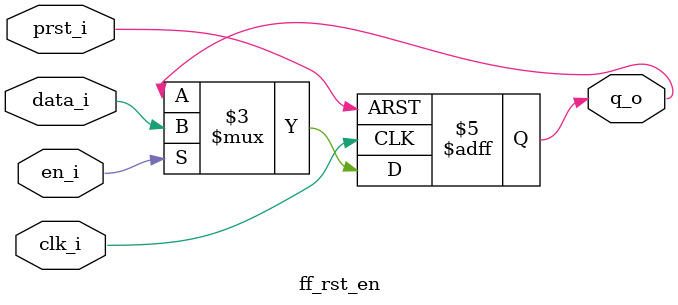
<source format=v>
module ff_rst_en (
    input      data_i,
    input      clk_i,
    input      prst_i,
    input      en_i,
    output reg q_o
);
  always @(posedge clk_i or negedge prst_i)
    if (~prst_i)   q_o <= 1'b1;
    else if (en_i) q_o <= data_i;
endmodule

</source>
